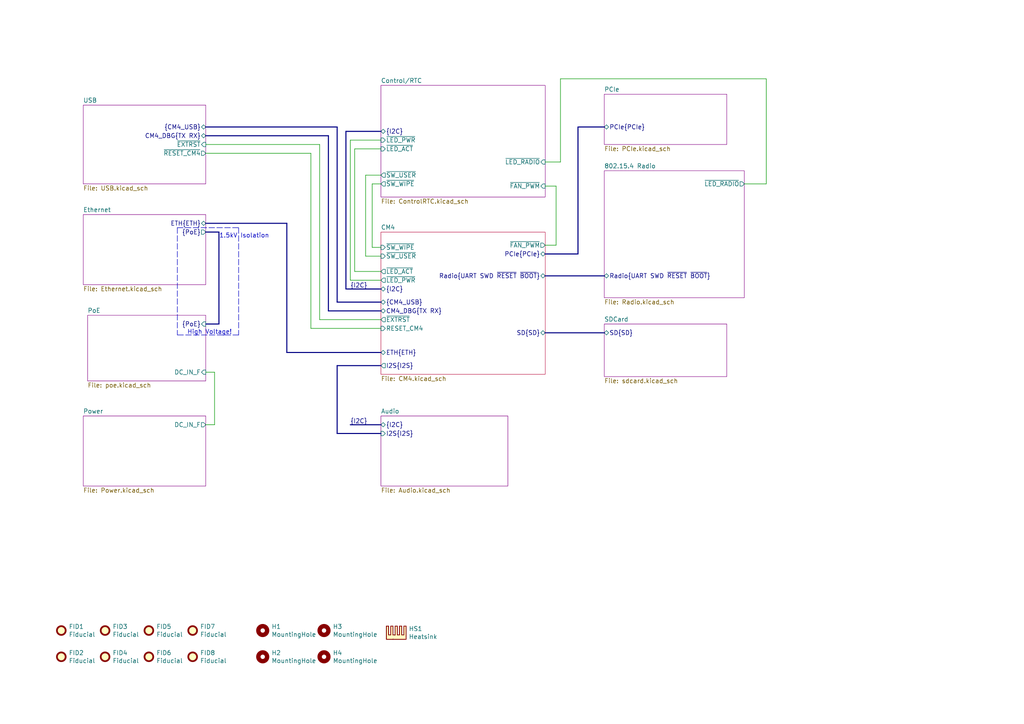
<source format=kicad_sch>
(kicad_sch (version 20210406) (generator eeschema)
  (paper "A4")
  (title_block (title "Overview") (date "2021-01-12") (rev "0.1") (company "Nabu Casa") (comment 1 "www.nabucasa.com") (comment 2 "Light Blue"))
  (lib_symbols
    (symbol "Mechanical:Fiducial"
      (property "Reference" "FID" (at 0 5.08 0))
      (property "Value" "Fiducial" (at 0 3.175 0))
      (symbol "Fiducial_0_1"
        (circle (center 0 0) (radius 1.27) (stroke (width 0.508)) (fill (type background)))
      )
    )
    (symbol "Mechanical:Heatsink" (pin_names (offset 1.016))
      (property "Reference" "HS" (at 0 5.08 0))
      (property "Value" "Heatsink" (at 0 -1.27 0))
      (symbol "Heatsink_0_1"
        (polyline (pts (xy -0.3302 1.27) (xy -0.9652 1.27) (xy -0.9652 3.81) (xy -1.6002 3.81) (xy -1.6002 1.27) (xy -2.2352 1.27) (xy -2.2352 3.81) (xy -2.8702 3.81) (xy -2.8702 0) (xy -0.9652 0)) (stroke (width 0.254)) (fill (type background)))
        (polyline (pts (xy -0.3302 1.27) (xy -0.3302 3.81) (xy 0.3048 3.81) (xy 0.3048 1.27) (xy 0.9398 1.27) (xy 0.9398 3.81) (xy 1.5748 3.81) (xy 1.5748 1.27) (xy 2.2098 1.27) (xy 2.2098 3.81) (xy 2.8448 3.81) (xy 2.8448 0) (xy -0.9652 0)) (stroke (width 0.254)) (fill (type background)))
      )
    )
    (symbol "Mechanical:MountingHole" (pin_names (offset 1.016))
      (property "Reference" "H" (at 0 5.08 0))
      (property "Value" "MountingHole" (at 0 3.175 0))
      (symbol "MountingHole_0_1"
        (circle (center 0 0) (radius 1.27) (stroke (width 1.27)))
      )
    )
  )
  (wire (pts (xy 59.69 44.45) (xy 90.17 44.45)))
  (wire (pts (xy 59.69 123.19) (xy 62.23 123.19)))
  (wire (pts (xy 62.23 107.95) (xy 59.69 107.95)))
  (wire (pts (xy 62.23 123.19) (xy 62.23 107.95)))
  (wire (pts (xy 90.17 44.45) (xy 90.17 95.25)))
  (wire (pts (xy 90.17 95.25) (xy 110.49 95.25)))
  (wire (pts (xy 92.71 41.91) (xy 59.69 41.91)))
  (wire (pts (xy 92.71 92.71) (xy 92.71 41.91)))
  (wire (pts (xy 101.6 40.64) (xy 110.49 40.64)))
  (wire (pts (xy 101.6 81.28) (xy 101.6 40.64)))
  (wire (pts (xy 102.87 43.18) (xy 110.49 43.18)))
  (wire (pts (xy 102.87 78.74) (xy 102.87 43.18)))
  (wire (pts (xy 106.045 50.8) (xy 106.045 74.295)))
  (wire (pts (xy 106.045 74.295) (xy 110.49 74.295)))
  (wire (pts (xy 107.95 53.34) (xy 110.49 53.34)))
  (wire (pts (xy 107.95 71.755) (xy 107.95 53.34)))
  (wire (pts (xy 110.49 50.8) (xy 106.045 50.8)))
  (wire (pts (xy 110.49 71.755) (xy 107.95 71.755)))
  (wire (pts (xy 110.49 78.74) (xy 102.87 78.74)))
  (wire (pts (xy 110.49 81.28) (xy 101.6 81.28)))
  (wire (pts (xy 110.49 92.71) (xy 92.71 92.71)))
  (wire (pts (xy 158.115 46.99) (xy 162.56 46.99)))
  (wire (pts (xy 158.115 71.12) (xy 161.29 71.12)))
  (wire (pts (xy 161.29 53.975) (xy 158.115 53.975)))
  (wire (pts (xy 161.29 53.975) (xy 161.29 71.12)))
  (wire (pts (xy 162.56 22.86) (xy 222.25 22.86)))
  (wire (pts (xy 162.56 46.99) (xy 162.56 22.86)))
  (wire (pts (xy 215.9 53.34) (xy 222.25 53.34)))
  (wire (pts (xy 222.25 22.86) (xy 222.25 53.34)))
  (bus (pts (xy 59.69 64.77) (xy 83.185 64.77)))
  (bus (pts (xy 59.69 67.31) (xy 63.5 67.31)))
  (bus (pts (xy 59.69 93.98) (xy 63.5 93.98)))
  (bus (pts (xy 63.5 67.31) (xy 63.5 93.98)))
  (bus (pts (xy 83.185 64.77) (xy 83.185 102.235)))
  (bus (pts (xy 83.185 102.235) (xy 110.49 102.235)))
  (bus (pts (xy 95.25 39.37) (xy 59.69 39.37)))
  (bus (pts (xy 95.25 90.17) (xy 95.25 39.37)))
  (bus (pts (xy 97.79 36.83) (xy 59.69 36.83)))
  (bus (pts (xy 97.79 87.63) (xy 97.79 36.83)))
  (bus (pts (xy 97.79 106.045) (xy 97.79 125.73)))
  (bus (pts (xy 97.79 125.73) (xy 110.49 125.73)))
  (bus (pts (xy 100.33 38.1) (xy 100.33 83.82)))
  (bus (pts (xy 100.33 38.1) (xy 110.49 38.1)))
  (bus (pts (xy 100.33 83.82) (xy 110.49 83.82)))
  (bus (pts (xy 101.6 123.19) (xy 110.49 123.19)))
  (bus (pts (xy 110.49 87.63) (xy 97.79 87.63)))
  (bus (pts (xy 110.49 90.17) (xy 95.25 90.17)))
  (bus (pts (xy 110.49 106.045) (xy 97.79 106.045)))
  (bus (pts (xy 158.115 73.66) (xy 167.64 73.66)))
  (bus (pts (xy 158.115 80.01) (xy 175.26 80.01)))
  (bus (pts (xy 158.115 96.52) (xy 175.26 96.52)))
  (bus (pts (xy 167.64 36.83) (xy 175.26 36.83)))
  (bus (pts (xy 167.64 73.66) (xy 167.64 36.83)))
  (polyline (pts (xy 51.435 66.04) (xy 51.435 97.155)) (stroke (width 0) (type dash)))
  (polyline (pts (xy 51.435 66.04) (xy 69.215 66.04)) (stroke (width 0) (type dash)))
  (polyline (pts (xy 69.215 66.04) (xy 69.215 97.155)) (stroke (width 0) (type dash)))
  (polyline (pts (xy 69.215 97.155) (xy 51.435 97.155)) (stroke (width 0) (type dash)))
  (text "High Voltage!" (at 67.31 97.155 180) (effects (font (size 1.27 1.27)) (justify right bottom)))
  (text "1.5kV Isolation" (at 78.105 69.215 180) (effects (font (size 1.27 1.27)) (justify right bottom)))
  (label "{I2C}" (at 101.6 83.82 0))
  (label "{I2C}" (at 101.6 123.19 0))
  (symbol (lib_id "Mechanical:Fiducial") (at 17.78 182.88 0) (unit 1) (in_bom no)
    (property "Reference" "FID1" (at 19.9391 181.7306 0) (effects (justify left)))
    (property "Value" "Fiducial" (at 19.9391 184.0293 0) (effects (justify left)))
    (property "Footprint" "Fiducial:Fiducial_1mm_Mask2mm" (effects hide))
  )
  (symbol (lib_id "Mechanical:Fiducial") (at 17.78 190.5 0) (unit 1) (in_bom no)
    (property "Reference" "FID2" (at 19.9391 189.3506 0) (effects (justify left)))
    (property "Value" "Fiducial" (at 19.9391 191.6493 0) (effects (justify left)))
    (property "Footprint" "Fiducial:Fiducial_1mm_Mask2mm" (effects hide))
  )
  (symbol (lib_id "Mechanical:Fiducial") (at 30.48 182.88 0) (unit 1) (in_bom no)
    (property "Reference" "FID3" (at 32.6391 181.7306 0) (effects (justify left)))
    (property "Value" "Fiducial" (at 32.6391 184.0293 0) (effects (justify left)))
    (property "Footprint" "Fiducial:Fiducial_1mm_Mask2mm" (effects hide))
  )
  (symbol (lib_id "Mechanical:Fiducial") (at 30.48 190.5 0) (unit 1) (in_bom no)
    (property "Reference" "FID4" (at 32.6391 189.3506 0) (effects (justify left)))
    (property "Value" "Fiducial" (at 32.6391 191.6493 0) (effects (justify left)))
    (property "Footprint" "Fiducial:Fiducial_1mm_Mask2mm" (effects hide))
  )
  (symbol (lib_id "Mechanical:Fiducial") (at 43.18 182.88 0) (unit 1) (in_bom no)
    (property "Reference" "FID5" (at 45.3391 181.7306 0) (effects (justify left)))
    (property "Value" "Fiducial" (at 45.3391 184.0293 0) (effects (justify left)))
    (property "Footprint" "Fiducial:Fiducial_1mm_Mask2mm" (effects hide))
  )
  (symbol (lib_id "Mechanical:Fiducial") (at 43.18 190.5 0) (unit 1) (in_bom no)
    (property "Reference" "FID6" (at 45.3391 189.3506 0) (effects (justify left)))
    (property "Value" "Fiducial" (at 45.3391 191.6493 0) (effects (justify left)))
    (property "Footprint" "Fiducial:Fiducial_1mm_Mask2mm" (effects hide))
  )
  (symbol (lib_id "Mechanical:Fiducial") (at 55.88 182.88 0) (unit 1) (in_bom no)
    (property "Reference" "FID7" (at 58.0391 181.7306 0) (effects (justify left)))
    (property "Value" "Fiducial" (at 58.0391 184.0293 0) (effects (justify left)))
    (property "Footprint" "Fiducial:Fiducial_1mm_Mask2mm" (effects hide))
  )
  (symbol (lib_id "Mechanical:Fiducial") (at 55.88 190.5 0) (unit 1) (in_bom no)
    (property "Reference" "FID8" (at 58.0391 189.3506 0) (effects (justify left)))
    (property "Value" "Fiducial" (at 58.0391 191.6493 0) (effects (justify left)))
    (property "Footprint" "Fiducial:Fiducial_1mm_Mask2mm" (effects hide))
  )
  (symbol (lib_id "Mechanical:MountingHole") (at 76.2 182.88 0) (unit 1) (in_bom no)
    (property "Reference" "H1" (at 78.7401 181.7306 0) (effects (justify left)))
    (property "Value" "MountingHole" (at 78.7401 184.0293 0) (effects (justify left)))
    (property "Footprint" "MountingHole:MountingHole_2.7mm_M2.5" (effects hide))
  )
  (symbol (lib_id "Mechanical:MountingHole") (at 76.2 190.5 0) (unit 1) (in_bom no)
    (property "Reference" "H2" (at 78.7401 189.3506 0) (effects (justify left)))
    (property "Value" "MountingHole" (at 78.7401 191.6493 0) (effects (justify left)))
    (property "Footprint" "MountingHole:MountingHole_2.7mm_M2.5" (effects hide))
  )
  (symbol (lib_id "Mechanical:MountingHole") (at 93.98 182.88 0) (unit 1) (in_bom no)
    (property "Reference" "H3" (at 96.5201 181.7306 0) (effects (justify left)))
    (property "Value" "MountingHole" (at 96.5201 184.0293 0) (effects (justify left)))
    (property "Footprint" "MountingHole:MountingHole_2.7mm_M2.5" (effects hide))
  )
  (symbol (lib_id "Mechanical:MountingHole") (at 93.98 190.5 0) (unit 1) (in_bom no)
    (property "Reference" "H4" (at 96.5201 189.3506 0) (effects (justify left)))
    (property "Value" "MountingHole" (at 96.5201 191.6493 0) (effects (justify left)))
    (property "Footprint" "MountingHole:MountingHole_2.7mm_M2.5" (effects hide))
  )
  (symbol (lib_id "Mechanical:Heatsink") (at 114.935 185.42 0) (unit 1)
    (property "Reference" "HS1" (at 118.5419 182.3656 0) (effects (justify left)))
    (property "Value" "Heatsink" (at 118.5419 184.6643 0) (effects (justify left)))
    (property "Footprint" "LightBlue:Heatsink_60x60mm_2xFixation3.2mm" (effects hide))
  )
  (sheet (at 175.26 49.53) (size 40.64 36.83) (stroke (width 0.001) (color 132 0 132 1)) (fill (color 255 255 255 0.0000))
    (property "Sheet name" "802.15.4 Radio" (at 175.26 48.8941 0) (effects (justify left bottom)))
    (property "Sheet file" "Radio.kicad_sch" (at 175.26 86.8689 0) (effects (justify left top)))
    (pin "~LED_RADIO" output (at 215.9 53.34 0))
    (pin "Radio{UART SWD ~RESET ~BOOT}" bidirectional (at 175.26 80.01 180))
  )
  (sheet (at 110.49 120.65) (size 36.83 20.32) (stroke (width 0.001) (color 132 0 132 1)) (fill (color 255 255 255 0.0000))
    (property "Sheet name" "Audio" (at 110.49 120.0141 0) (effects (justify left bottom)))
    (property "Sheet file" "Audio.kicad_sch" (at 110.49 141.4789 0) (effects (justify left top)))
    (pin "{I2C}" bidirectional (at 110.49 123.19 180))
    (pin "I2S{I2S}" input (at 110.49 125.73 180))
  )
  (sheet (at 110.49 67.31) (size 47.625 41.275) (stroke (width 0.001) (color 187 17 66 1)) (fill (color 255 255 255 0.0000))
    (property "Sheet name" "CM4" (at 110.49 66.6741 0) (effects (justify left bottom)))
    (property "Sheet file" "CM4.kicad_sch" (at 110.49 109.0939 0) (effects (justify left top)))
    (pin "ETH{ETH}" bidirectional (at 110.49 102.235 180))
    (pin "{CM4_USB}" bidirectional (at 110.49 87.63 180))
    (pin "PCIe{PCIe}" bidirectional (at 158.115 73.66 0))
    (pin "{I2C}" bidirectional (at 110.49 83.82 180))
    (pin "CM4_DBG{TX RX}" bidirectional (at 110.49 90.17 180))
    (pin "I2S{I2S}" output (at 110.49 106.045 180))
    (pin "~EXTRST" output (at 110.49 92.71 180))
    (pin "SD{SD}" bidirectional (at 158.115 96.52 0))
    (pin "~LED_PWR" output (at 110.49 81.28 180))
    (pin "~LED_ACT" output (at 110.49 78.74 180))
    (pin "~FAN_PWM" output (at 158.115 71.12 0))
    (pin "Radio{UART SWD ~RESET ~BOOT}" bidirectional (at 158.115 80.01 0))
    (pin "~SW_WIPE" input (at 110.49 71.755 180))
    (pin "~SW_USER" input (at 110.49 74.295 180))
    (pin "RESET_CM4" input (at 110.49 95.25 180))
  )
  (sheet (at 110.49 24.765) (size 47.625 32.385) (stroke (width 0.001) (color 132 0 132 1)) (fill (color 255 255 255 0.0000))
    (property "Sheet name" "Control/RTC" (at 110.49 24.1291 0) (effects (justify left bottom)))
    (property "Sheet file" "ControlRTC.kicad_sch" (at 110.49 57.6589 0) (effects (justify left top)))
    (pin "{I2C}" bidirectional (at 110.49 38.1 180))
    (pin "~LED_PWR" input (at 110.49 40.64 180))
    (pin "~FAN_PWM" input (at 158.115 53.975 0))
    (pin "~LED_RADIO" input (at 158.115 46.99 0))
    (pin "~LED_ACT" input (at 110.49 43.18 180))
    (pin "~SW_WIPE" output (at 110.49 53.34 180))
    (pin "~SW_USER" output (at 110.49 50.8 180))
  )
  (sheet (at 24.13 62.23) (size 35.56 20.32) (stroke (width 0.001) (color 132 0 132 1)) (fill (color 255 255 255 0.0000))
    (property "Sheet name" "Ethernet" (at 24.13 61.5941 0) (effects (justify left bottom)))
    (property "Sheet file" "Ethernet.kicad_sch" (at 24.13 83.0589 0) (effects (justify left top)))
    (pin "ETH{ETH}" bidirectional (at 59.69 64.77 0))
    (pin "{PoE}" output (at 59.69 67.31 0))
  )
  (sheet (at 175.26 27.305) (size 35.56 14.605) (stroke (width 0.001) (color 132 0 132 1)) (fill (color 255 255 255 0.0000))
    (property "Sheet name" "PCIe" (at 175.26 26.6691 0) (effects (justify left bottom)))
    (property "Sheet file" "PCIe.kicad_sch" (at 175.26 42.4189 0) (effects (justify left top)))
    (pin "PCIe{PCIe}" bidirectional (at 175.26 36.83 180))
  )
  (sheet (at 25.4 91.44) (size 34.29 19.05) (stroke (width 0.001) (color 132 0 132 1)) (fill (color 255 255 255 0.0000))
    (property "Sheet name" "PoE" (at 25.4 90.8041 0) (effects (justify left bottom)))
    (property "Sheet file" "poe.kicad_sch" (at 25.4 110.9989 0) (effects (justify left top)))
    (pin "{PoE}" input (at 59.69 93.98 0))
    (pin "DC_IN_F" input (at 59.69 107.95 0))
  )
  (sheet (at 24.13 120.65) (size 35.56 20.32) (stroke (width 0.001) (color 132 0 132 1)) (fill (color 255 255 255 0.0000))
    (property "Sheet name" "Power" (at 24.13 120.0141 0) (effects (justify left bottom)))
    (property "Sheet file" "Power.kicad_sch" (at 24.13 141.4789 0) (effects (justify left top)))
    (pin "DC_IN_F" output (at 59.69 123.19 0))
  )
  (sheet (at 175.26 93.98) (size 35.56 15.24) (stroke (width 0.001) (color 132 0 132 1)) (fill (color 255 255 255 0.0000))
    (property "Sheet name" "SDCard" (at 175.26 93.3441 0) (effects (justify left bottom)))
    (property "Sheet file" "sdcard.kicad_sch" (at 175.26 109.7289 0) (effects (justify left top)))
    (pin "SD{SD}" bidirectional (at 175.26 96.52 180))
  )
  (sheet (at 24.13 30.48) (size 35.56 22.86) (stroke (width 0.001) (color 132 0 132 1)) (fill (color 255 255 255 0.0000))
    (property "Sheet name" "USB" (at 24.13 29.8441 0) (effects (justify left bottom)))
    (property "Sheet file" "USB.kicad_sch" (at 24.13 53.8489 0) (effects (justify left top)))
    (pin "{CM4_USB}" bidirectional (at 59.69 36.83 0))
    (pin "CM4_DBG{TX RX}" bidirectional (at 59.69 39.37 0))
    (pin "~EXTRST" input (at 59.69 41.91 0))
    (pin "~RESET_CM4" output (at 59.69 44.45 0))
  )
)
</source>
